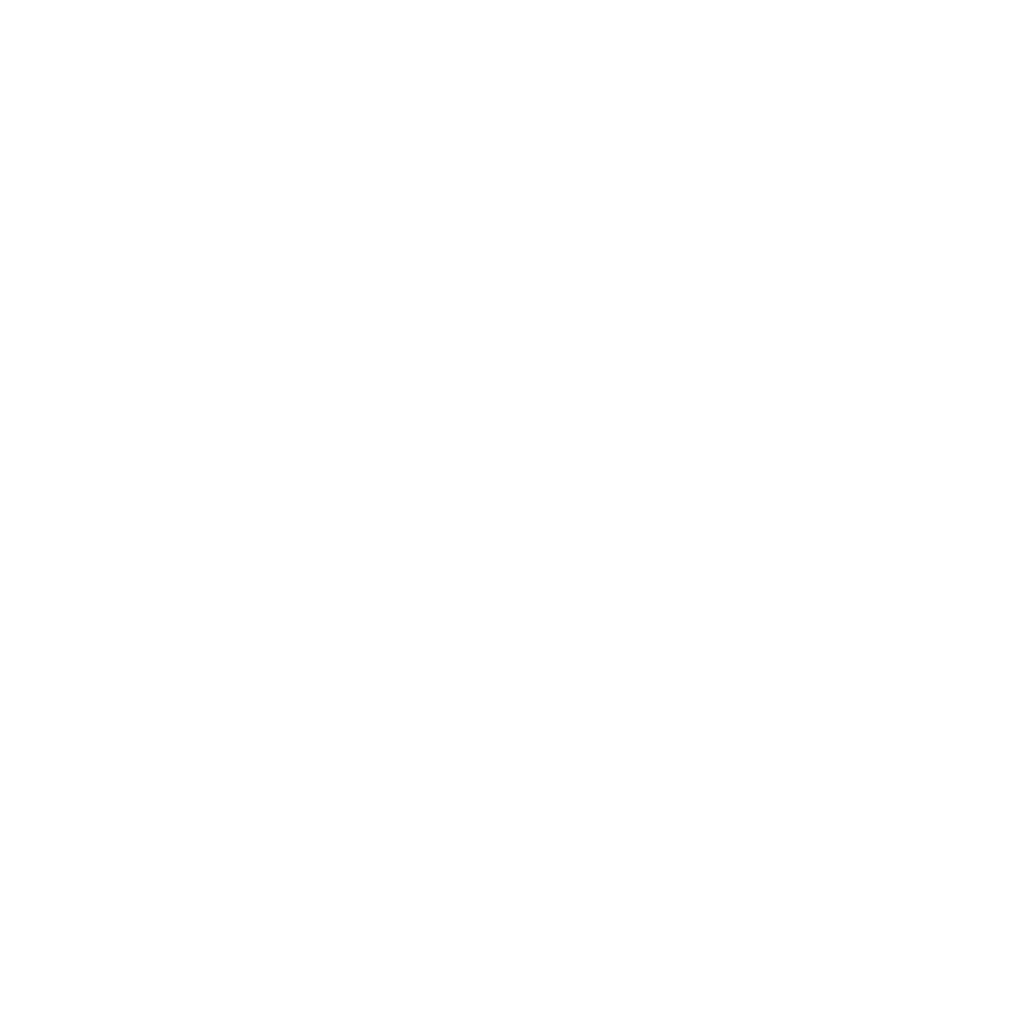
<source format=kicad_pcb>
(kicad_pcb (version 20171130) (host pcbnew "(5.0.1)-4")

  (general
    (thickness 1.6)
    (drawings 18)
    (tracks 0)
    (zones 0)
    (modules 0)
    (nets 1)
  )

  (page A4)
  (layers
    (0 F.Cu signal)
    (31 B.Cu signal)
    (32 B.Adhes user)
    (33 F.Adhes user)
    (34 B.Paste user)
    (35 F.Paste user)
    (36 B.SilkS user)
    (37 F.SilkS user)
    (38 B.Mask user)
    (39 F.Mask user)
    (40 Dwgs.User user)
    (41 Cmts.User user)
    (42 Eco1.User user)
    (43 Eco2.User user)
    (44 Edge.Cuts user)
    (45 Margin user)
    (46 B.CrtYd user)
    (47 F.CrtYd user)
    (48 B.Fab user)
    (49 F.Fab user)
  )

  (setup
    (last_trace_width 0.25)
    (trace_clearance 0.2)
    (zone_clearance 0.508)
    (zone_45_only no)
    (trace_min 0.2)
    (segment_width 0.2)
    (edge_width 0.2)
    (via_size 0.8)
    (via_drill 0.4)
    (via_min_size 0.4)
    (via_min_drill 0.3)
    (uvia_size 0.3)
    (uvia_drill 0.1)
    (uvias_allowed no)
    (uvia_min_size 0.2)
    (uvia_min_drill 0.1)
    (pcb_text_width 0.3)
    (pcb_text_size 1.5 1.5)
    (mod_edge_width 0.15)
    (mod_text_size 1 1)
    (mod_text_width 0.15)
    (pad_size 1.524 1.524)
    (pad_drill 0.762)
    (pad_to_mask_clearance 0.051)
    (solder_mask_min_width 0.25)
    (aux_axis_origin 0 0)
    (visible_elements 7FFFFFFF)
    (pcbplotparams
      (layerselection 0x010f0_ffffffff)
      (usegerberextensions false)
      (usegerberattributes false)
      (usegerberadvancedattributes false)
      (creategerberjobfile false)
      (excludeedgelayer true)
      (linewidth 0.100000)
      (plotframeref false)
      (viasonmask false)
      (mode 1)
      (useauxorigin false)
      (hpglpennumber 1)
      (hpglpenspeed 20)
      (hpglpendiameter 15.000000)
      (psnegative false)
      (psa4output false)
      (plotreference true)
      (plotvalue true)
      (plotinvisibletext false)
      (padsonsilk false)
      (subtractmaskfromsilk false)
      (outputformat 1)
      (mirror false)
      (drillshape 0)
      (scaleselection 1)
      (outputdirectory ""))
  )

  (net 0 "")

  (net_class Default "This is the default net class."
    (clearance 0.2)
    (trace_width 0.25)
    (via_dia 0.8)
    (via_drill 0.4)
    (uvia_dia 0.3)
    (uvia_drill 0.1)
  )

  (gr_text Countersink (at 32.4 27.35) (layer Eco2.User) (tstamp 5DF7C242)
    (effects (font (size 1.5 1.5) (thickness 0.3)))
  )
  (gr_line (start 12.7 27.3) (end 25.4 27.3) (layer Eco2.User) (width 0.2) (tstamp 5DF7C241))
  (gr_line (start 12.75 12.35) (end 25.45 12.35) (layer Eco2.User) (width 0.2))
  (gr_text Countersink (at 32.45 12.4) (layer Eco2.User)
    (effects (font (size 1.5 1.5) (thickness 0.3)))
  )
  (gr_circle (center 10 27.3) (end 12.5 27.3) (layer Eco2.User) (width 0.1) (tstamp 5DF7C1DE))
  (gr_circle (center 10 12.3) (end 12.5 12.3) (layer Eco2.User) (width 0.1))
  (gr_circle (center 10 27.3) (end 11.6 27.3) (layer Eco2.User) (width 0.2) (tstamp 5DF7C1B0))
  (gr_circle (center 10 12.3) (end 11.6 12.35) (layer Eco2.User) (width 0.2) (tstamp 5DF7C179))
  (gr_line (start 17.3 16.2) (end 17.3 23.45) (layer Eco2.User) (width 0.2) (tstamp 5DF7C121))
  (gr_line (start 17.3 16.2) (end 2.7 16.2) (layer Eco2.User) (width 0.2) (tstamp 5DF7C120))
  (gr_line (start 2.7 23.45) (end 2.7 16.2) (layer Eco2.User) (width 0.2))
  (gr_line (start 2.7 23.45) (end 17.3 23.45) (layer Eco2.User) (width 0.2))
  (gr_circle (center 7.5 36.65) (end 9.1 36.45) (layer Eco2.User) (width 0.2) (tstamp 5DA91938))
  (gr_circle (center 7.5 3) (end 9.1 2.8) (layer Eco2.User) (width 0.2))
  (gr_line (start 20 0) (end 20 39.65) (layer Eco2.User) (width 0.2))
  (gr_line (start 0 0) (end 20 0) (layer Eco2.User) (width 0.2))
  (gr_line (start 0 39.65) (end 20 39.65) (layer Eco2.User) (width 0.2))
  (gr_line (start 0 0) (end 0 39.65) (layer Eco2.User) (width 0.2))

)

</source>
